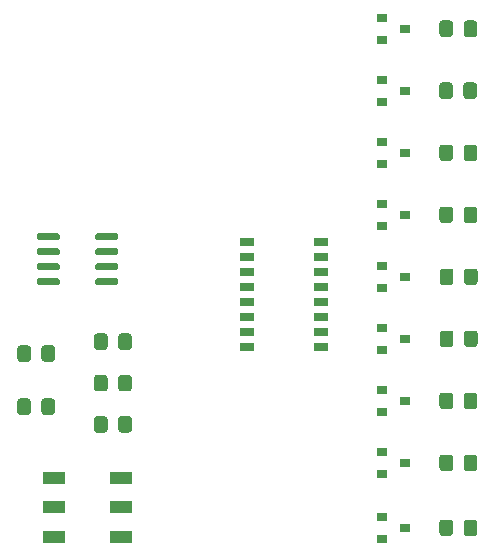
<source format=gbr>
%TF.GenerationSoftware,KiCad,Pcbnew,5.1.6*%
%TF.CreationDate,2020-08-08T21:56:00+02:00*%
%TF.ProjectId,unibatch-9x9,756e6962-6174-4636-982d-3978392e6b69,rev?*%
%TF.SameCoordinates,Original*%
%TF.FileFunction,Paste,Bot*%
%TF.FilePolarity,Positive*%
%FSLAX46Y46*%
G04 Gerber Fmt 4.6, Leading zero omitted, Abs format (unit mm)*
G04 Created by KiCad (PCBNEW 5.1.6) date 2020-08-08 21:56:00*
%MOMM*%
%LPD*%
G01*
G04 APERTURE LIST*
%ADD10R,1.300000X0.800000*%
%ADD11R,1.950000X1.100000*%
%ADD12R,0.900000X0.800000*%
G04 APERTURE END LIST*
D10*
%TO.C,U2*%
X22850000Y-22050000D03*
X22850000Y-23330000D03*
X22850000Y-24590000D03*
X22850000Y-25860000D03*
X22850000Y-27140000D03*
X22850000Y-28410000D03*
X22850000Y-29670000D03*
X22850000Y-30950000D03*
X29150000Y-30950000D03*
X29150000Y-29670000D03*
X29150000Y-28410000D03*
X29150000Y-27140000D03*
X29150000Y-25860000D03*
X29150000Y-24590000D03*
X29150000Y-23330000D03*
X29150000Y-22050000D03*
%TD*%
%TO.C,U1*%
G36*
G01*
X7000000Y-21445000D02*
X7000000Y-21745000D01*
G75*
G02*
X6850000Y-21895000I-150000J0D01*
G01*
X5200000Y-21895000D01*
G75*
G02*
X5050000Y-21745000I0J150000D01*
G01*
X5050000Y-21445000D01*
G75*
G02*
X5200000Y-21295000I150000J0D01*
G01*
X6850000Y-21295000D01*
G75*
G02*
X7000000Y-21445000I0J-150000D01*
G01*
G37*
G36*
G01*
X7000000Y-22715000D02*
X7000000Y-23015000D01*
G75*
G02*
X6850000Y-23165000I-150000J0D01*
G01*
X5200000Y-23165000D01*
G75*
G02*
X5050000Y-23015000I0J150000D01*
G01*
X5050000Y-22715000D01*
G75*
G02*
X5200000Y-22565000I150000J0D01*
G01*
X6850000Y-22565000D01*
G75*
G02*
X7000000Y-22715000I0J-150000D01*
G01*
G37*
G36*
G01*
X7000000Y-23985000D02*
X7000000Y-24285000D01*
G75*
G02*
X6850000Y-24435000I-150000J0D01*
G01*
X5200000Y-24435000D01*
G75*
G02*
X5050000Y-24285000I0J150000D01*
G01*
X5050000Y-23985000D01*
G75*
G02*
X5200000Y-23835000I150000J0D01*
G01*
X6850000Y-23835000D01*
G75*
G02*
X7000000Y-23985000I0J-150000D01*
G01*
G37*
G36*
G01*
X7000000Y-25255000D02*
X7000000Y-25555000D01*
G75*
G02*
X6850000Y-25705000I-150000J0D01*
G01*
X5200000Y-25705000D01*
G75*
G02*
X5050000Y-25555000I0J150000D01*
G01*
X5050000Y-25255000D01*
G75*
G02*
X5200000Y-25105000I150000J0D01*
G01*
X6850000Y-25105000D01*
G75*
G02*
X7000000Y-25255000I0J-150000D01*
G01*
G37*
G36*
G01*
X11950000Y-25255000D02*
X11950000Y-25555000D01*
G75*
G02*
X11800000Y-25705000I-150000J0D01*
G01*
X10150000Y-25705000D01*
G75*
G02*
X10000000Y-25555000I0J150000D01*
G01*
X10000000Y-25255000D01*
G75*
G02*
X10150000Y-25105000I150000J0D01*
G01*
X11800000Y-25105000D01*
G75*
G02*
X11950000Y-25255000I0J-150000D01*
G01*
G37*
G36*
G01*
X11950000Y-23985000D02*
X11950000Y-24285000D01*
G75*
G02*
X11800000Y-24435000I-150000J0D01*
G01*
X10150000Y-24435000D01*
G75*
G02*
X10000000Y-24285000I0J150000D01*
G01*
X10000000Y-23985000D01*
G75*
G02*
X10150000Y-23835000I150000J0D01*
G01*
X11800000Y-23835000D01*
G75*
G02*
X11950000Y-23985000I0J-150000D01*
G01*
G37*
G36*
G01*
X11950000Y-22715000D02*
X11950000Y-23015000D01*
G75*
G02*
X11800000Y-23165000I-150000J0D01*
G01*
X10150000Y-23165000D01*
G75*
G02*
X10000000Y-23015000I0J150000D01*
G01*
X10000000Y-22715000D01*
G75*
G02*
X10150000Y-22565000I150000J0D01*
G01*
X11800000Y-22565000D01*
G75*
G02*
X11950000Y-22715000I0J-150000D01*
G01*
G37*
G36*
G01*
X11950000Y-21445000D02*
X11950000Y-21745000D01*
G75*
G02*
X11800000Y-21895000I-150000J0D01*
G01*
X10150000Y-21895000D01*
G75*
G02*
X10000000Y-21745000I0J150000D01*
G01*
X10000000Y-21445000D01*
G75*
G02*
X10150000Y-21295000I150000J0D01*
G01*
X11800000Y-21295000D01*
G75*
G02*
X11950000Y-21445000I0J-150000D01*
G01*
G37*
%TD*%
D11*
%TO.C,SW1*%
X12150000Y-44500000D03*
X12150000Y-42000000D03*
X12150000Y-47000000D03*
X6500000Y-47000000D03*
X6500000Y-44500000D03*
X6500000Y-42000000D03*
%TD*%
%TO.C,R11*%
G36*
G01*
X40300000Y-45799999D02*
X40300000Y-46700001D01*
G75*
G02*
X40050001Y-46950000I-249999J0D01*
G01*
X39399999Y-46950000D01*
G75*
G02*
X39150000Y-46700001I0J249999D01*
G01*
X39150000Y-45799999D01*
G75*
G02*
X39399999Y-45550000I249999J0D01*
G01*
X40050001Y-45550000D01*
G75*
G02*
X40300000Y-45799999I0J-249999D01*
G01*
G37*
G36*
G01*
X42350000Y-45799999D02*
X42350000Y-46700001D01*
G75*
G02*
X42100001Y-46950000I-249999J0D01*
G01*
X41449999Y-46950000D01*
G75*
G02*
X41200000Y-46700001I0J249999D01*
G01*
X41200000Y-45799999D01*
G75*
G02*
X41449999Y-45550000I249999J0D01*
G01*
X42100001Y-45550000D01*
G75*
G02*
X42350000Y-45799999I0J-249999D01*
G01*
G37*
%TD*%
%TO.C,R10*%
G36*
G01*
X40300000Y-40299999D02*
X40300000Y-41200001D01*
G75*
G02*
X40050001Y-41450000I-249999J0D01*
G01*
X39399999Y-41450000D01*
G75*
G02*
X39150000Y-41200001I0J249999D01*
G01*
X39150000Y-40299999D01*
G75*
G02*
X39399999Y-40050000I249999J0D01*
G01*
X40050001Y-40050000D01*
G75*
G02*
X40300000Y-40299999I0J-249999D01*
G01*
G37*
G36*
G01*
X42350000Y-40299999D02*
X42350000Y-41200001D01*
G75*
G02*
X42100001Y-41450000I-249999J0D01*
G01*
X41449999Y-41450000D01*
G75*
G02*
X41200000Y-41200001I0J249999D01*
G01*
X41200000Y-40299999D01*
G75*
G02*
X41449999Y-40050000I249999J0D01*
G01*
X42100001Y-40050000D01*
G75*
G02*
X42350000Y-40299999I0J-249999D01*
G01*
G37*
%TD*%
%TO.C,R9*%
G36*
G01*
X40300000Y-35049999D02*
X40300000Y-35950001D01*
G75*
G02*
X40050001Y-36200000I-249999J0D01*
G01*
X39399999Y-36200000D01*
G75*
G02*
X39150000Y-35950001I0J249999D01*
G01*
X39150000Y-35049999D01*
G75*
G02*
X39399999Y-34800000I249999J0D01*
G01*
X40050001Y-34800000D01*
G75*
G02*
X40300000Y-35049999I0J-249999D01*
G01*
G37*
G36*
G01*
X42350000Y-35049999D02*
X42350000Y-35950001D01*
G75*
G02*
X42100001Y-36200000I-249999J0D01*
G01*
X41449999Y-36200000D01*
G75*
G02*
X41200000Y-35950001I0J249999D01*
G01*
X41200000Y-35049999D01*
G75*
G02*
X41449999Y-34800000I249999J0D01*
G01*
X42100001Y-34800000D01*
G75*
G02*
X42350000Y-35049999I0J-249999D01*
G01*
G37*
%TD*%
%TO.C,R8*%
G36*
G01*
X40325000Y-29799999D02*
X40325000Y-30700001D01*
G75*
G02*
X40075001Y-30950000I-249999J0D01*
G01*
X39424999Y-30950000D01*
G75*
G02*
X39175000Y-30700001I0J249999D01*
G01*
X39175000Y-29799999D01*
G75*
G02*
X39424999Y-29550000I249999J0D01*
G01*
X40075001Y-29550000D01*
G75*
G02*
X40325000Y-29799999I0J-249999D01*
G01*
G37*
G36*
G01*
X42375000Y-29799999D02*
X42375000Y-30700001D01*
G75*
G02*
X42125001Y-30950000I-249999J0D01*
G01*
X41474999Y-30950000D01*
G75*
G02*
X41225000Y-30700001I0J249999D01*
G01*
X41225000Y-29799999D01*
G75*
G02*
X41474999Y-29550000I249999J0D01*
G01*
X42125001Y-29550000D01*
G75*
G02*
X42375000Y-29799999I0J-249999D01*
G01*
G37*
%TD*%
%TO.C,R7*%
G36*
G01*
X40325000Y-24549999D02*
X40325000Y-25450001D01*
G75*
G02*
X40075001Y-25700000I-249999J0D01*
G01*
X39424999Y-25700000D01*
G75*
G02*
X39175000Y-25450001I0J249999D01*
G01*
X39175000Y-24549999D01*
G75*
G02*
X39424999Y-24300000I249999J0D01*
G01*
X40075001Y-24300000D01*
G75*
G02*
X40325000Y-24549999I0J-249999D01*
G01*
G37*
G36*
G01*
X42375000Y-24549999D02*
X42375000Y-25450001D01*
G75*
G02*
X42125001Y-25700000I-249999J0D01*
G01*
X41474999Y-25700000D01*
G75*
G02*
X41225000Y-25450001I0J249999D01*
G01*
X41225000Y-24549999D01*
G75*
G02*
X41474999Y-24300000I249999J0D01*
G01*
X42125001Y-24300000D01*
G75*
G02*
X42375000Y-24549999I0J-249999D01*
G01*
G37*
%TD*%
%TO.C,R6*%
G36*
G01*
X40300000Y-19299999D02*
X40300000Y-20200001D01*
G75*
G02*
X40050001Y-20450000I-249999J0D01*
G01*
X39399999Y-20450000D01*
G75*
G02*
X39150000Y-20200001I0J249999D01*
G01*
X39150000Y-19299999D01*
G75*
G02*
X39399999Y-19050000I249999J0D01*
G01*
X40050001Y-19050000D01*
G75*
G02*
X40300000Y-19299999I0J-249999D01*
G01*
G37*
G36*
G01*
X42350000Y-19299999D02*
X42350000Y-20200001D01*
G75*
G02*
X42100001Y-20450000I-249999J0D01*
G01*
X41449999Y-20450000D01*
G75*
G02*
X41200000Y-20200001I0J249999D01*
G01*
X41200000Y-19299999D01*
G75*
G02*
X41449999Y-19050000I249999J0D01*
G01*
X42100001Y-19050000D01*
G75*
G02*
X42350000Y-19299999I0J-249999D01*
G01*
G37*
%TD*%
%TO.C,R5*%
G36*
G01*
X40300000Y-14049999D02*
X40300000Y-14950001D01*
G75*
G02*
X40050001Y-15200000I-249999J0D01*
G01*
X39399999Y-15200000D01*
G75*
G02*
X39150000Y-14950001I0J249999D01*
G01*
X39150000Y-14049999D01*
G75*
G02*
X39399999Y-13800000I249999J0D01*
G01*
X40050001Y-13800000D01*
G75*
G02*
X40300000Y-14049999I0J-249999D01*
G01*
G37*
G36*
G01*
X42350000Y-14049999D02*
X42350000Y-14950001D01*
G75*
G02*
X42100001Y-15200000I-249999J0D01*
G01*
X41449999Y-15200000D01*
G75*
G02*
X41200000Y-14950001I0J249999D01*
G01*
X41200000Y-14049999D01*
G75*
G02*
X41449999Y-13800000I249999J0D01*
G01*
X42100001Y-13800000D01*
G75*
G02*
X42350000Y-14049999I0J-249999D01*
G01*
G37*
%TD*%
%TO.C,R4*%
G36*
G01*
X40275000Y-8799999D02*
X40275000Y-9700001D01*
G75*
G02*
X40025001Y-9950000I-249999J0D01*
G01*
X39374999Y-9950000D01*
G75*
G02*
X39125000Y-9700001I0J249999D01*
G01*
X39125000Y-8799999D01*
G75*
G02*
X39374999Y-8550000I249999J0D01*
G01*
X40025001Y-8550000D01*
G75*
G02*
X40275000Y-8799999I0J-249999D01*
G01*
G37*
G36*
G01*
X42325000Y-8799999D02*
X42325000Y-9700001D01*
G75*
G02*
X42075001Y-9950000I-249999J0D01*
G01*
X41424999Y-9950000D01*
G75*
G02*
X41175000Y-9700001I0J249999D01*
G01*
X41175000Y-8799999D01*
G75*
G02*
X41424999Y-8550000I249999J0D01*
G01*
X42075001Y-8550000D01*
G75*
G02*
X42325000Y-8799999I0J-249999D01*
G01*
G37*
%TD*%
%TO.C,R3*%
G36*
G01*
X40300000Y-3549999D02*
X40300000Y-4450001D01*
G75*
G02*
X40050001Y-4700000I-249999J0D01*
G01*
X39399999Y-4700000D01*
G75*
G02*
X39150000Y-4450001I0J249999D01*
G01*
X39150000Y-3549999D01*
G75*
G02*
X39399999Y-3300000I249999J0D01*
G01*
X40050001Y-3300000D01*
G75*
G02*
X40300000Y-3549999I0J-249999D01*
G01*
G37*
G36*
G01*
X42350000Y-3549999D02*
X42350000Y-4450001D01*
G75*
G02*
X42100001Y-4700000I-249999J0D01*
G01*
X41449999Y-4700000D01*
G75*
G02*
X41200000Y-4450001I0J249999D01*
G01*
X41200000Y-3549999D01*
G75*
G02*
X41449999Y-3300000I249999J0D01*
G01*
X42100001Y-3300000D01*
G75*
G02*
X42350000Y-3549999I0J-249999D01*
G01*
G37*
%TD*%
%TO.C,R2*%
G36*
G01*
X11950000Y-34450001D02*
X11950000Y-33549999D01*
G75*
G02*
X12199999Y-33300000I249999J0D01*
G01*
X12850001Y-33300000D01*
G75*
G02*
X13100000Y-33549999I0J-249999D01*
G01*
X13100000Y-34450001D01*
G75*
G02*
X12850001Y-34700000I-249999J0D01*
G01*
X12199999Y-34700000D01*
G75*
G02*
X11950000Y-34450001I0J249999D01*
G01*
G37*
G36*
G01*
X9900000Y-34450001D02*
X9900000Y-33549999D01*
G75*
G02*
X10149999Y-33300000I249999J0D01*
G01*
X10800001Y-33300000D01*
G75*
G02*
X11050000Y-33549999I0J-249999D01*
G01*
X11050000Y-34450001D01*
G75*
G02*
X10800001Y-34700000I-249999J0D01*
G01*
X10149999Y-34700000D01*
G75*
G02*
X9900000Y-34450001I0J249999D01*
G01*
G37*
%TD*%
%TO.C,R1*%
G36*
G01*
X11050000Y-37049999D02*
X11050000Y-37950001D01*
G75*
G02*
X10800001Y-38200000I-249999J0D01*
G01*
X10149999Y-38200000D01*
G75*
G02*
X9900000Y-37950001I0J249999D01*
G01*
X9900000Y-37049999D01*
G75*
G02*
X10149999Y-36800000I249999J0D01*
G01*
X10800001Y-36800000D01*
G75*
G02*
X11050000Y-37049999I0J-249999D01*
G01*
G37*
G36*
G01*
X13100000Y-37049999D02*
X13100000Y-37950001D01*
G75*
G02*
X12850001Y-38200000I-249999J0D01*
G01*
X12199999Y-38200000D01*
G75*
G02*
X11950000Y-37950001I0J249999D01*
G01*
X11950000Y-37049999D01*
G75*
G02*
X12199999Y-36800000I249999J0D01*
G01*
X12850001Y-36800000D01*
G75*
G02*
X13100000Y-37049999I0J-249999D01*
G01*
G37*
%TD*%
D12*
%TO.C,Q9*%
X36250000Y-46250000D03*
X34250000Y-45300000D03*
X34250000Y-47200000D03*
%TD*%
%TO.C,Q8*%
X36250000Y-40750000D03*
X34250000Y-39800000D03*
X34250000Y-41700000D03*
%TD*%
%TO.C,Q7*%
X36250000Y-35500000D03*
X34250000Y-34550000D03*
X34250000Y-36450000D03*
%TD*%
%TO.C,Q6*%
X36250000Y-30250000D03*
X34250000Y-29300000D03*
X34250000Y-31200000D03*
%TD*%
%TO.C,Q5*%
X36250000Y-25000000D03*
X34250000Y-24050000D03*
X34250000Y-25950000D03*
%TD*%
%TO.C,Q4*%
X36250000Y-19750000D03*
X34250000Y-18800000D03*
X34250000Y-20700000D03*
%TD*%
%TO.C,Q3*%
X36250000Y-14500000D03*
X34250000Y-13550000D03*
X34250000Y-15450000D03*
%TD*%
%TO.C,Q2*%
X36250000Y-9250000D03*
X34250000Y-8300000D03*
X34250000Y-10200000D03*
%TD*%
%TO.C,Q1*%
X36250000Y-4000000D03*
X34250000Y-3050000D03*
X34250000Y-4950000D03*
%TD*%
%TO.C,C3*%
G36*
G01*
X11950000Y-30950001D02*
X11950000Y-30049999D01*
G75*
G02*
X12199999Y-29800000I249999J0D01*
G01*
X12850001Y-29800000D01*
G75*
G02*
X13100000Y-30049999I0J-249999D01*
G01*
X13100000Y-30950001D01*
G75*
G02*
X12850001Y-31200000I-249999J0D01*
G01*
X12199999Y-31200000D01*
G75*
G02*
X11950000Y-30950001I0J249999D01*
G01*
G37*
G36*
G01*
X9900000Y-30950001D02*
X9900000Y-30049999D01*
G75*
G02*
X10149999Y-29800000I249999J0D01*
G01*
X10800001Y-29800000D01*
G75*
G02*
X11050000Y-30049999I0J-249999D01*
G01*
X11050000Y-30950001D01*
G75*
G02*
X10800001Y-31200000I-249999J0D01*
G01*
X10149999Y-31200000D01*
G75*
G02*
X9900000Y-30950001I0J249999D01*
G01*
G37*
%TD*%
%TO.C,C2*%
G36*
G01*
X4550000Y-31049999D02*
X4550000Y-31950001D01*
G75*
G02*
X4300001Y-32200000I-249999J0D01*
G01*
X3649999Y-32200000D01*
G75*
G02*
X3400000Y-31950001I0J249999D01*
G01*
X3400000Y-31049999D01*
G75*
G02*
X3649999Y-30800000I249999J0D01*
G01*
X4300001Y-30800000D01*
G75*
G02*
X4550000Y-31049999I0J-249999D01*
G01*
G37*
G36*
G01*
X6600000Y-31049999D02*
X6600000Y-31950001D01*
G75*
G02*
X6350001Y-32200000I-249999J0D01*
G01*
X5699999Y-32200000D01*
G75*
G02*
X5450000Y-31950001I0J249999D01*
G01*
X5450000Y-31049999D01*
G75*
G02*
X5699999Y-30800000I249999J0D01*
G01*
X6350001Y-30800000D01*
G75*
G02*
X6600000Y-31049999I0J-249999D01*
G01*
G37*
%TD*%
%TO.C,C1*%
G36*
G01*
X5450000Y-36450001D02*
X5450000Y-35549999D01*
G75*
G02*
X5699999Y-35300000I249999J0D01*
G01*
X6350001Y-35300000D01*
G75*
G02*
X6600000Y-35549999I0J-249999D01*
G01*
X6600000Y-36450001D01*
G75*
G02*
X6350001Y-36700000I-249999J0D01*
G01*
X5699999Y-36700000D01*
G75*
G02*
X5450000Y-36450001I0J249999D01*
G01*
G37*
G36*
G01*
X3400000Y-36450001D02*
X3400000Y-35549999D01*
G75*
G02*
X3649999Y-35300000I249999J0D01*
G01*
X4300001Y-35300000D01*
G75*
G02*
X4550000Y-35549999I0J-249999D01*
G01*
X4550000Y-36450001D01*
G75*
G02*
X4300001Y-36700000I-249999J0D01*
G01*
X3649999Y-36700000D01*
G75*
G02*
X3400000Y-36450001I0J249999D01*
G01*
G37*
%TD*%
M02*

</source>
